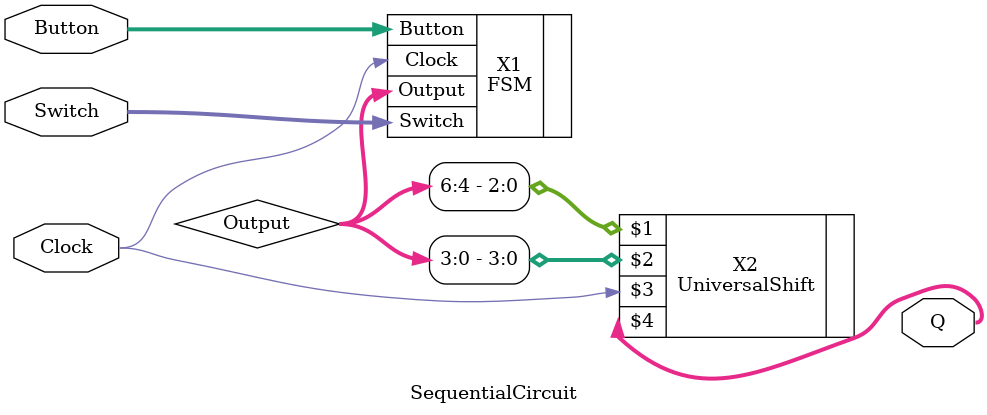
<source format=v>
module SequentialCircuit(Switch, Button,Clock, Q);
input [1:0] Switch, Button;
input Clock;
output[3:0] Q;
wire [6:0] Output;


	FSM X1(.Switch(Switch),.Button(Button),.Clock(Clock),.Output(Output));
	UniversalShift X2(Output[6:4],Output[3:0],Clock,Q);
	

endmodule

</source>
